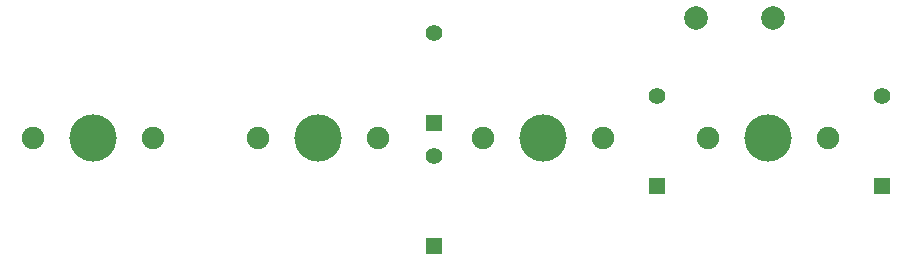
<source format=gts>
G04 #@! TF.GenerationSoftware,KiCad,Pcbnew,(7.0.0)*
G04 #@! TF.CreationDate,2023-03-28T15:00:26+09:00*
G04 #@! TF.ProjectId,kosame4,6b6f7361-6d65-4342-9e6b-696361645f70,rev?*
G04 #@! TF.SameCoordinates,Original*
G04 #@! TF.FileFunction,Soldermask,Top*
G04 #@! TF.FilePolarity,Negative*
%FSLAX46Y46*%
G04 Gerber Fmt 4.6, Leading zero omitted, Abs format (unit mm)*
G04 Created by KiCad (PCBNEW (7.0.0)) date 2023-03-28 15:00:26*
%MOMM*%
%LPD*%
G01*
G04 APERTURE LIST*
%ADD10C,1.900000*%
%ADD11C,4.000000*%
%ADD12R,1.397000X1.397000*%
%ADD13C,1.397000*%
%ADD14C,2.000000*%
G04 APERTURE END LIST*
D10*
X35401300Y-33337500D03*
D11*
X40481300Y-33337500D03*
D10*
X45561300Y-33337500D03*
D12*
X69341999Y-32006999D03*
D13*
X69342000Y-24387000D03*
D10*
X54451300Y-33337500D03*
D11*
X59531300Y-33337500D03*
D10*
X64611300Y-33337500D03*
X73501300Y-33337500D03*
D11*
X78581300Y-33337500D03*
D10*
X83661300Y-33337500D03*
D12*
X107314999Y-37334999D03*
D13*
X107315000Y-29715000D03*
D12*
X69341999Y-42417999D03*
D13*
X69342000Y-34798000D03*
D12*
X88264999Y-37334999D03*
D13*
X88265000Y-29715000D03*
D10*
X92551300Y-33337500D03*
D11*
X97631300Y-33337500D03*
D10*
X102711300Y-33337500D03*
D14*
X98044000Y-23114000D03*
X91544000Y-23114000D03*
M02*

</source>
